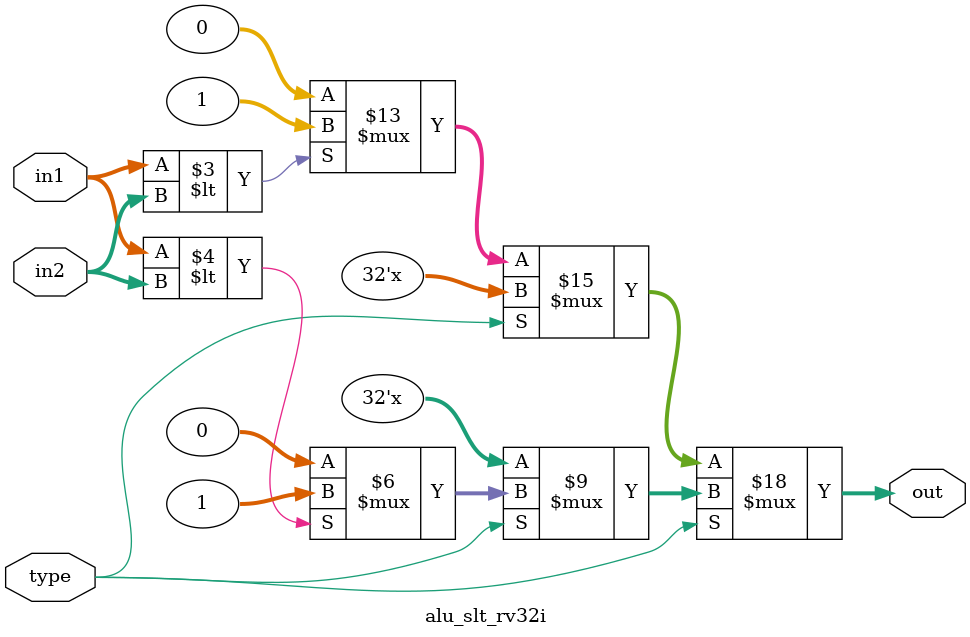
<source format=v>

module alu_slt_rv32i (
    input  wire [31:0] in1,
    input  wire [31:0] in2,
    input  wire        type, // 0: SLT (Signed), 1: SLTU (Unsigned)
    output reg  [31:0] out
);

    always @(*) begin
        if (type == 1'b0) begin
            // SLT: Signed Comparison
            // Jika in1 < in2 (secara signed), output 1, else 0
            if ($signed(in1) < $signed(in2))
                out = 32'd1;
            else
                out = 32'd0;
        end 
        else begin
            // SLTU: Unsigned Comparison
            // Jika in1 < in2 (secara unsigned), output 1, else 0
            if (in1 < in2)
                out = 32'd1;
            else
                out = 32'd0;
        end
    end

endmodule
</source>
